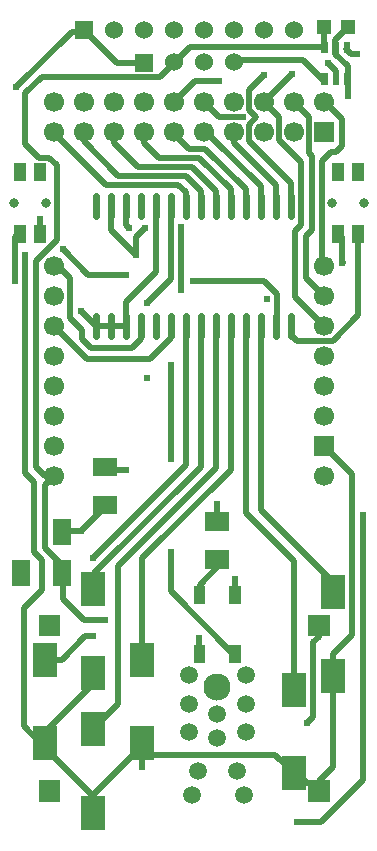
<source format=gtl>
G04 Layer: TopLayer*
G04 EasyEDA v6.3.53, 2020-06-09T14:14:43+03:00*
G04 a51f4f2b25e24b5fbe4c92ec4cc42c38,99c43f6f433d4c2593b99c8e01114625,10*
G04 Gerber Generator version 0.2*
G04 Scale: 100 percent, Rotated: No, Reflected: No *
G04 Dimensions in millimeters *
G04 leading zeros omitted , absolute positions ,3 integer and 3 decimal *
%FSLAX33Y33*%
%MOMM*%
G90*
G71D02*

%ADD11C,0.508000*%
%ADD12C,0.599999*%
%ADD13C,0.620014*%
%ADD14C,0.619760*%
%ADD15R,1.206500X1.206500*%
%ADD16R,0.999998X1.499997*%
%ADD17R,1.999996X1.600200*%
%ADD18R,1.499997X2.299995*%
%ADD20R,1.999996X2.999994*%
%ADD21C,1.499997*%
%ADD22C,2.299995*%
%ADD25C,1.699997*%
%ADD26C,1.524000*%
%ADD27R,1.524000X1.524000*%
%ADD28C,0.799998*%

%LPD*%
G54D11*
G01X17907Y66802D02*
G01X15875Y66802D01*
G01X14097Y65024D01*
G01X3937Y46101D02*
G01X6731Y43307D01*
G01X12065Y43307D01*
G01X13843Y45085D01*
G01X13843Y46377D01*
G01X10033Y50419D02*
G01X6858Y50419D01*
G01X4699Y52578D01*
G01X8255Y34111D02*
G01X8457Y33909D01*
G01X10033Y33909D01*
G01X6223Y28702D02*
G01X8255Y30734D01*
G01X8255Y30911D01*
G01X11557Y10949D02*
G01X11557Y10668D01*
G01X7366Y6477D01*
G01X7366Y4826D01*
G01X26388Y6758D02*
G01X26388Y6715D01*
G01X26388Y6715D01*
G01X24257Y8255D01*
G01X14732Y54483D02*
G01X14732Y49149D01*
G01X3937Y51181D02*
G01X4318Y51181D01*
G01X5334Y50165D01*
G01X5334Y46736D01*
G01X6350Y45720D01*
G01X6350Y44958D01*
G01X7112Y44196D01*
G01X10541Y44196D01*
G01X11303Y44958D01*
G01X11303Y46123D01*
G01X18923Y56238D02*
G01X18923Y57658D01*
G01X16256Y60325D01*
G01X12827Y60325D01*
G01X11557Y61595D01*
G01X11557Y62357D01*
G01X10922Y52070D02*
G01X8763Y54229D01*
G01X8763Y56238D01*
G01X24003Y46355D02*
G01X24003Y45339D01*
G01X24511Y44831D01*
G01X27559Y44831D01*
G01X29718Y46990D01*
G01X29718Y53213D01*
G01X29691Y53915D01*
G01X22733Y46377D02*
G01X22860Y47244D01*
G01X22860Y48768D01*
G01X21717Y49911D01*
G01X15748Y49911D01*
G01X24511Y4064D02*
G01X26543Y4064D01*
G01X30099Y7620D01*
G01X30099Y30099D01*
G01X6223Y28702D02*
G01X4699Y28702D01*
G01X21463Y46377D02*
G01X21463Y30480D01*
G01X27459Y24483D01*
G01X27559Y23565D01*
G01X16383Y46377D02*
G01X16383Y34163D01*
G01X7366Y25146D01*
G01X7239Y23819D01*
G01X24257Y8211D02*
G01X22689Y9779D01*
G01X12192Y9779D01*
G01X11557Y10414D01*
G01X11557Y10949D01*
G01X22733Y56238D02*
G01X22733Y58039D01*
G01X19177Y61595D01*
G01X19177Y62357D01*
G01X4699Y25400D02*
G01X4699Y25781D01*
G01X3175Y27305D01*
G01X3175Y32639D01*
G01X3937Y33401D01*
G01X26797Y46101D02*
G01X24384Y48514D01*
G01X24384Y54102D01*
G01X24892Y54610D01*
G01X24892Y59944D01*
G01X22987Y61849D01*
G01X22987Y63754D01*
G01X21717Y65024D01*
G01X4699Y25273D02*
G01X4699Y22987D01*
G01X6477Y21209D01*
G01X8255Y21209D01*
G01X3937Y33401D02*
G01X3175Y33401D01*
G01X2413Y34163D01*
G01X2413Y51562D01*
G01X4191Y53340D01*
G01X4191Y59690D01*
G01X3556Y60325D01*
G01X2667Y60325D01*
G01X1524Y61468D01*
G01X1524Y65786D01*
G01X2921Y67183D01*
G01X5842Y67183D01*
G01X17653Y46377D02*
G01X17653Y34036D01*
G01X9398Y25781D01*
G01X9398Y14097D01*
G01X7239Y11955D01*
G01X11811Y48006D02*
G01X13843Y50038D01*
G01X13843Y56238D01*
G01X26797Y51181D02*
G01X26670Y51308D01*
G01X26670Y60071D01*
G01X27432Y60833D01*
G01X27813Y60833D01*
G01X28321Y61341D01*
G01X28321Y63627D01*
G01X26924Y65024D01*
G01X26797Y65024D01*
G01X12573Y53616D02*
G01X12573Y56261D01*
G01X20193Y56238D02*
G01X20193Y57658D01*
G01X16764Y61087D01*
G01X15367Y61087D01*
G01X14097Y62357D01*
G01X17653Y56238D02*
G01X17653Y57531D01*
G01X15621Y59563D01*
G01X11049Y59563D01*
G01X9017Y61595D01*
G01X9017Y62357D01*
G01X16383Y56238D02*
G01X16383Y57531D01*
G01X15113Y58801D01*
G01X9398Y58801D01*
G01X6477Y61722D01*
G01X6477Y62357D01*
G01X21463Y56238D02*
G01X21463Y57912D01*
G01X17272Y62103D01*
G01X16891Y62103D01*
G01X16637Y62357D01*
G01X15113Y56238D02*
G01X15113Y57404D01*
G01X14478Y58039D01*
G01X8382Y58039D01*
G01X4064Y62357D01*
G01X3937Y62357D01*
G01X10033Y56238D02*
G01X10033Y54610D01*
G01X10287Y54356D01*
G01X2794Y55118D02*
G01X2742Y55066D01*
G01X2742Y53915D01*
G01X5842Y67183D02*
G01X12954Y67183D01*
G01X14097Y68326D01*
G01X14097Y68399D01*
G01X27559Y16466D02*
G01X27559Y8763D01*
G01X26388Y7592D01*
G01X26388Y6715D01*
G01X7366Y16918D02*
G01X7366Y15875D01*
G01X3175Y11684D01*
G01X3175Y10751D01*
G01X19279Y23328D02*
G01X19304Y23352D01*
G01X19304Y24638D01*
G01X7239Y19812D02*
G01X6604Y19812D01*
G01X4643Y17851D01*
G01X3175Y17851D01*
G01X20193Y46377D02*
G01X20193Y30226D01*
G01X24257Y26162D01*
G01X24257Y15310D01*
G01X19278Y18328D02*
G01X19136Y18328D01*
G01X13843Y23622D01*
G01X13843Y26924D01*
G01X10033Y46123D02*
G01X7493Y46101D01*
G01X6223Y47371D01*
G01X26797Y35941D02*
G01X29210Y33528D01*
G01X29210Y19939D01*
G01X27559Y18288D01*
G01X27559Y16466D01*
G01X16256Y19685D02*
G01X16256Y18352D01*
G01X16280Y18328D01*
G01X18923Y46377D02*
G01X18923Y33909D01*
G01X11430Y26416D01*
G01X11430Y17851D01*
G01X12573Y53594D02*
G01X12573Y50673D01*
G01X10033Y48133D01*
G01X10033Y46377D01*
G01X17780Y26339D02*
G01X17780Y25654D01*
G01X16281Y24155D01*
G01X16281Y23327D01*
G01X26797Y48641D02*
G01X25273Y50165D01*
G01X25273Y53721D01*
G01X25781Y54229D01*
G01X25781Y60452D01*
G01X25527Y60706D01*
G01X25527Y63754D01*
G01X24257Y65024D01*
G01X28829Y65532D02*
G01X28829Y68072D01*
G01X27780Y69120D01*
G01X27780Y70325D01*
G01X28829Y71374D01*
G01X17780Y30988D02*
G01X17780Y29540D01*
G01X635Y49911D02*
G01X635Y53644D01*
G01X1042Y53915D01*
G01X28448Y51435D02*
G01X28321Y51562D01*
G01X28321Y53594D01*
G01X27990Y53924D01*
G01X27991Y53915D01*
G01X11430Y8763D02*
G01X11430Y10751D01*
G01X19939Y63754D02*
G01X17907Y63754D01*
G01X16637Y65024D01*
G01X13843Y34798D02*
G01X13843Y42799D01*
G01X11684Y54356D02*
G01X10922Y53594D01*
G01X10922Y52070D01*
G01X762Y66294D02*
G01X5461Y70993D01*
G01X6350Y70993D01*
G01X6477Y71120D02*
G01X9271Y68326D01*
G01X11483Y68326D01*
G01X11557Y68399D01*
G01X24003Y56238D02*
G01X24003Y58166D01*
G01X20447Y61722D01*
G01X20447Y63119D01*
G01X21082Y63754D01*
G01X20447Y64389D01*
G01X20447Y66040D01*
G01X21717Y67310D01*
G01X3302Y10949D02*
G01X3175Y10750D01*
G01X4064Y9525D01*
G01X7366Y6223D01*
G01X7366Y4953D01*
G01X3175Y10751D02*
G01X2794Y10795D01*
G01X1397Y12192D01*
G01X1397Y22225D01*
G01X2921Y23749D01*
G01X2921Y26289D01*
G01X2286Y26924D01*
G01X2286Y32893D01*
G01X1524Y33655D01*
G01X1524Y52070D01*
G01X15113Y46123D02*
G01X15113Y34290D01*
G01X7239Y26416D01*
G01X26388Y20716D02*
G01X26388Y19784D01*
G01X25908Y19304D01*
G01X25908Y12954D01*
G01X25400Y12446D01*
G01X19177Y68399D02*
G01X19357Y68580D01*
G01X25024Y68580D01*
G01X26802Y66802D01*
G01X14224Y68399D02*
G01X14224Y68453D01*
G01X15494Y69723D01*
G01X26581Y69723D01*
G01X26802Y69502D01*
G01X26802Y69501D02*
G01X26847Y69547D01*
G01X26847Y71374D01*
G01X28702Y69501D02*
G01X29115Y69088D01*
G01X29591Y69088D01*
G01X21717Y65024D02*
G01X24130Y67437D01*
G01X27178Y68326D02*
G01X27813Y67691D01*
G01X27813Y66976D01*
G54D12*
G01X24003Y57088D02*
G01X24003Y55388D01*
G01X22733Y57088D02*
G01X22733Y55388D01*
G01X21463Y57088D02*
G01X21463Y55388D01*
G01X20193Y57088D02*
G01X20193Y55388D01*
G01X18923Y57088D02*
G01X18923Y55388D01*
G01X17653Y57088D02*
G01X17653Y55388D01*
G01X16383Y57088D02*
G01X16383Y55388D01*
G01X15113Y57088D02*
G01X15113Y55388D01*
G01X13843Y57088D02*
G01X13843Y55388D01*
G01X12573Y57088D02*
G01X12573Y55388D01*
G01X11303Y57088D02*
G01X11303Y55388D01*
G01X10033Y57088D02*
G01X10033Y55388D01*
G01X8763Y57088D02*
G01X8763Y55388D01*
G01X7493Y57088D02*
G01X7493Y55388D01*
G01X24003Y46973D02*
G01X24003Y45273D01*
G01X22733Y46973D02*
G01X22733Y45273D01*
G01X21463Y46973D02*
G01X21463Y45273D01*
G01X20193Y46973D02*
G01X20193Y45273D01*
G01X18923Y46973D02*
G01X18923Y45273D01*
G01X17653Y46973D02*
G01X17653Y45273D01*
G01X16383Y46973D02*
G01X16383Y45273D01*
G01X15113Y46973D02*
G01X15113Y45273D01*
G01X13843Y46973D02*
G01X13843Y45273D01*
G01X12573Y46973D02*
G01X12573Y45273D01*
G01X11303Y46973D02*
G01X11303Y45273D01*
G01X10033Y46973D02*
G01X10033Y45273D01*
G01X8763Y46973D02*
G01X8763Y45273D01*
G01X7493Y46973D02*
G01X7493Y45273D01*
G54D15*
G01X28829Y71374D03*
G01X26847Y71374D03*
G36*
G01X15781Y17579D02*
G01X15781Y19077D01*
G01X16779Y19077D01*
G01X16779Y17579D01*
G01X15781Y17579D01*
G37*
G36*
G01X18780Y17579D02*
G01X18780Y19077D01*
G01X19778Y19077D01*
G01X19778Y17579D01*
G01X18780Y17579D01*
G37*
G36*
G01X18780Y22578D02*
G01X18780Y24079D01*
G01X19778Y24079D01*
G01X19778Y22578D01*
G01X18780Y22578D01*
G37*
G36*
G01X15781Y22578D02*
G01X15781Y24079D01*
G01X16779Y24079D01*
G01X16779Y22578D01*
G01X15781Y22578D01*
G37*
G36*
G01X18780Y30340D02*
G01X18780Y28740D01*
G01X16779Y28740D01*
G01X16779Y30340D01*
G01X18780Y30340D01*
G37*
G36*
G01X18780Y27139D02*
G01X18780Y25539D01*
G01X16779Y25539D01*
G01X16779Y27139D01*
G01X18780Y27139D01*
G37*
G54D18*
G01X1170Y25173D03*
G01X4671Y25173D03*
G01X4671Y28673D03*
G36*
G01X29037Y70176D02*
G01X29037Y69175D01*
G01X28488Y69175D01*
G01X28488Y70176D01*
G01X29037Y70176D01*
G37*
G36*
G01X28087Y70176D02*
G01X28087Y69175D01*
G01X27538Y69175D01*
G01X27538Y70176D01*
G01X28087Y70176D01*
G37*
G36*
G01X27137Y70176D02*
G01X27137Y69175D01*
G01X26588Y69175D01*
G01X26588Y70176D01*
G01X27137Y70176D01*
G37*
G36*
G01X27137Y67476D02*
G01X27137Y66475D01*
G01X26588Y66475D01*
G01X26588Y67476D01*
G01X27137Y67476D01*
G37*
G36*
G01X29037Y67476D02*
G01X29037Y66475D01*
G01X28488Y66475D01*
G01X28488Y67476D01*
G01X29037Y67476D01*
G37*
G36*
G01X28087Y67476D02*
G01X28087Y66475D01*
G01X27538Y66475D01*
G01X27538Y67476D01*
G01X28087Y67476D01*
G37*
G54D17*
G01X8255Y34111D03*
G01X8255Y30912D03*
G54D16*
G01X1042Y59114D03*
G01X2742Y59114D03*
G01X1042Y53915D03*
G01X2742Y53915D03*
G01X29691Y53915D03*
G01X27991Y53915D03*
G01X29691Y59114D03*
G01X27991Y59114D03*
G54D20*
G01X3175Y10751D03*
G01X3175Y17850D03*
G01X7239Y16720D03*
G01X7239Y23819D03*
G01X7239Y4855D03*
G01X7239Y11955D03*
G01X11430Y10751D03*
G01X11430Y17850D03*
G01X24257Y8211D03*
G01X24257Y15310D03*
G01X27559Y16466D03*
G01X27559Y23565D03*
G54D21*
G01X15367Y16510D03*
G01X15367Y11684D03*
G01X20193Y16510D03*
G01X20193Y11684D03*
G54D22*
G01X17780Y15494D03*
G54D21*
G01X16129Y8382D03*
G01X19431Y8382D03*
G01X17780Y13208D03*
G01X15367Y14097D03*
G01X20193Y14097D03*
G01X15621Y6350D03*
G01X20066Y6350D03*
G01X17780Y11176D03*
G36*
G01X4483Y5816D02*
G01X4483Y7614D01*
G01X2684Y7614D01*
G01X2684Y5816D01*
G01X4483Y5816D01*
G37*
G36*
G01X4483Y19817D02*
G01X4483Y21615D01*
G01X2684Y21615D01*
G01X2684Y19817D01*
G01X4483Y19817D01*
G37*
G36*
G01X27287Y5816D02*
G01X27287Y7614D01*
G01X25488Y7614D01*
G01X25488Y5816D01*
G01X27287Y5816D01*
G37*
G36*
G01X27287Y19817D02*
G01X27287Y21615D01*
G01X25488Y21615D01*
G01X25488Y19817D01*
G01X27287Y19817D01*
G37*
G36*
G01X27646Y63333D02*
G01X25947Y63333D01*
G01X25947Y61634D01*
G01X27646Y61634D01*
G01X27646Y63333D01*
G37*
G54D25*
G01X26797Y65024D03*
G01X24257Y62484D03*
G01X24257Y65024D03*
G01X21717Y62484D03*
G01X21717Y65024D03*
G01X19177Y62484D03*
G01X19177Y65024D03*
G01X16637Y62484D03*
G01X16637Y65024D03*
G01X14097Y62484D03*
G01X14097Y65024D03*
G01X11557Y62484D03*
G01X11557Y65024D03*
G01X9017Y62484D03*
G01X9017Y65024D03*
G01X6477Y62484D03*
G01X6477Y65024D03*
G01X3937Y62484D03*
G01X3937Y65024D03*
G01X3937Y33401D03*
G01X3937Y35941D03*
G01X3937Y38481D03*
G01X3937Y41021D03*
G01X3937Y43561D03*
G01X3937Y46101D03*
G01X3937Y48641D03*
G01X3937Y51181D03*
G01X26797Y33401D03*
G36*
G01X25946Y36791D02*
G01X27647Y36791D01*
G01X27647Y35090D01*
G01X25946Y35090D01*
G01X25946Y36791D01*
G37*
G01X26797Y38481D03*
G01X26797Y41021D03*
G01X26797Y43561D03*
G01X26797Y46101D03*
G01X26797Y48641D03*
G01X26797Y51181D03*
G54D26*
G01X14096Y71114D03*
G01X16636Y71114D03*
G01X19176Y71114D03*
G01X21716Y71114D03*
G01X11556Y71114D03*
G01X9016Y71114D03*
G54D27*
G01X6477Y71114D03*
G54D26*
G01X24258Y71125D03*
G54D28*
G01X543Y56515D03*
G01X3243Y56515D03*
G01X30190Y56515D03*
G01X27490Y56515D03*
G54D27*
G01X11557Y68398D03*
G54D26*
G01X14097Y68399D03*
G01X16637Y68399D03*
G01X19177Y68399D03*
G54D13*
G01X12573Y53594D03*
G01X10922Y52070D03*
G01X11684Y54356D03*
G01X10287Y54356D03*
G01X19304Y24638D03*
G01X11811Y48006D03*
G54D14*
G01X16256Y19685D03*
G54D13*
G01X5842Y67183D03*
G01X15748Y49911D03*
G01X10033Y50419D03*
G01X17780Y30988D03*
G01X8255Y21209D03*
G01X24511Y4064D03*
G01X28829Y65532D03*
G01X6223Y28702D03*
G01X1524Y52070D03*
G01X762Y66294D03*
G01X6223Y47371D03*
G01X635Y49911D03*
G01X4699Y52578D03*
G01X2794Y55118D03*
G01X28321Y51435D03*
G01X30099Y30099D03*
G01X10033Y33909D03*
G01X13843Y26924D03*
G01X13843Y34798D03*
G01X14732Y54483D03*
G01X19939Y63754D03*
G01X11811Y41656D03*
G01X13843Y42799D03*
G01X14732Y49149D03*
G01X21971Y48387D03*
G01X21717Y67310D03*
G01X25400Y12446D03*
G01X7239Y26416D03*
G01X7239Y19812D03*
G01X11430Y8763D03*
G01X29591Y69088D03*
G01X24130Y67437D03*
G01X27178Y68326D03*
G01X17907Y66802D03*
M00*
M02*

</source>
